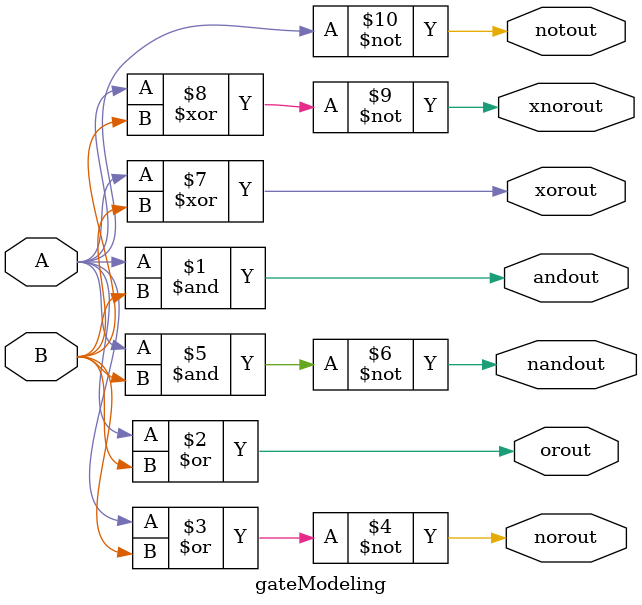
<source format=sv>
module gateModeling(output andout,orout,notout,norout,nandout,xorout,xnorout,input A,B);
  
  not not_g(notout,A);
  and and_g(andout,A,B);
  or or_g(orout,A,B);
  nor nor_g(norout,A,B);
  nand nand_g(nandout,A,B);
  xor xor_g(xorout,A,B);
  xnor xnor_g(xnorout,A,B);
  
endmodule
</source>
